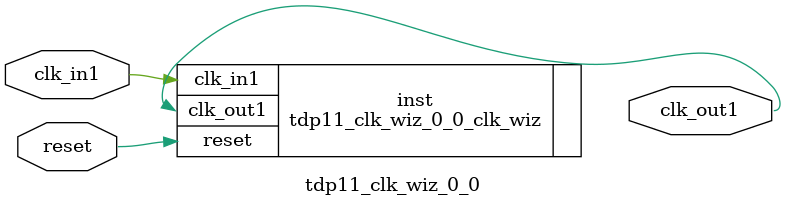
<source format=v>


`timescale 1ps/1ps

(* CORE_GENERATION_INFO = "tdp11_clk_wiz_0_0,clk_wiz_v6_0_10_0_0,{component_name=tdp11_clk_wiz_0_0,use_phase_alignment=true,use_min_o_jitter=false,use_max_i_jitter=false,use_dyn_phase_shift=false,use_inclk_switchover=false,use_dyn_reconfig=false,enable_axi=0,feedback_source=FDBK_AUTO,PRIMITIVE=MMCM,num_out_clk=1,clkin1_period=10.000,clkin2_period=10.000,use_power_down=false,use_reset=true,use_locked=false,use_inclk_stopped=false,feedback_type=SINGLE,CLOCK_MGR_TYPE=NA,manual_override=false}" *)

module tdp11_clk_wiz_0_0 
 (
  // Clock out ports
  output        clk_out1,
  // Status and control signals
  input         reset,
 // Clock in ports
  input         clk_in1
 );

  tdp11_clk_wiz_0_0_clk_wiz inst
  (
  // Clock out ports  
  .clk_out1(clk_out1),
  // Status and control signals               
  .reset(reset), 
 // Clock in ports
  .clk_in1(clk_in1)
  );

endmodule

</source>
